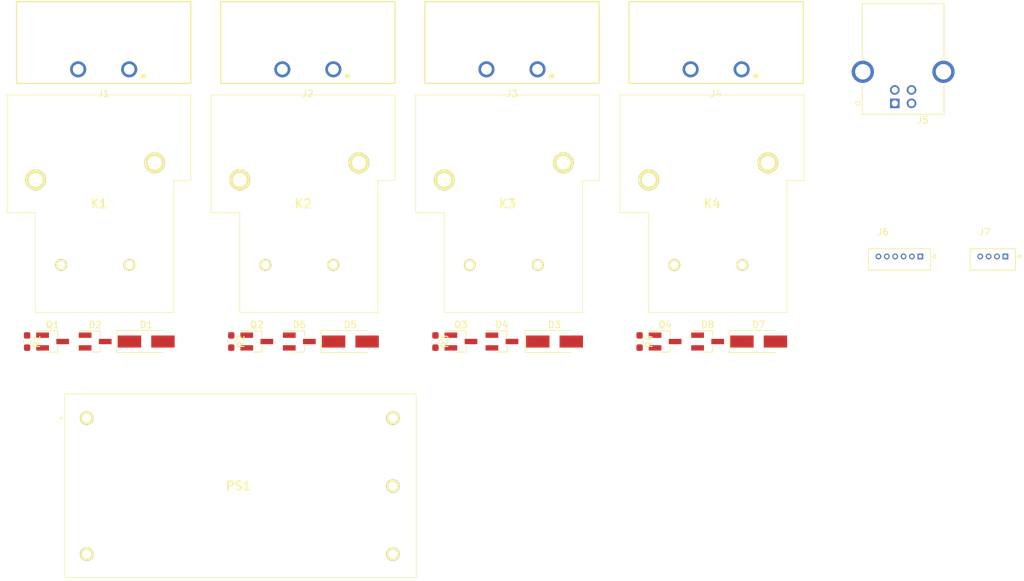
<source format=kicad_pcb>
(kicad_pcb (version 20171130) (host pcbnew 5.1.10-88a1d61d58~90~ubuntu20.04.1)

  (general
    (thickness 1.6)
    (drawings 0)
    (tracks 0)
    (zones 0)
    (modules 28)
    (nets 35)
  )

  (page A4)
  (layers
    (0 F.Cu signal)
    (31 B.Cu signal)
    (32 B.Adhes user)
    (33 F.Adhes user)
    (34 B.Paste user)
    (35 F.Paste user)
    (36 B.SilkS user)
    (37 F.SilkS user)
    (38 B.Mask user)
    (39 F.Mask user)
    (40 Dwgs.User user)
    (41 Cmts.User user)
    (42 Eco1.User user)
    (43 Eco2.User user)
    (44 Edge.Cuts user)
    (45 Margin user)
    (46 B.CrtYd user)
    (47 F.CrtYd user)
    (48 B.Fab user hide)
    (49 F.Fab user hide)
  )

  (setup
    (last_trace_width 0.25)
    (trace_clearance 0.2)
    (zone_clearance 0.508)
    (zone_45_only no)
    (trace_min 0.2)
    (via_size 0.8)
    (via_drill 0.4)
    (via_min_size 0.4)
    (via_min_drill 0.3)
    (uvia_size 0.3)
    (uvia_drill 0.1)
    (uvias_allowed no)
    (uvia_min_size 0.2)
    (uvia_min_drill 0.1)
    (edge_width 0.05)
    (segment_width 0.2)
    (pcb_text_width 0.3)
    (pcb_text_size 1.5 1.5)
    (mod_edge_width 0.12)
    (mod_text_size 1 1)
    (mod_text_width 0.15)
    (pad_size 1.524 1.524)
    (pad_drill 0.762)
    (pad_to_mask_clearance 0)
    (aux_axis_origin 0 0)
    (visible_elements FFFFFF7F)
    (pcbplotparams
      (layerselection 0x010fc_ffffffff)
      (usegerberextensions false)
      (usegerberattributes true)
      (usegerberadvancedattributes true)
      (creategerberjobfile true)
      (excludeedgelayer true)
      (linewidth 0.100000)
      (plotframeref false)
      (viasonmask false)
      (mode 1)
      (useauxorigin false)
      (hpglpennumber 1)
      (hpglpenspeed 20)
      (hpglpendiameter 15.000000)
      (psnegative false)
      (psa4output false)
      (plotreference true)
      (plotvalue true)
      (plotinvisibletext false)
      (padsonsilk false)
      (subtractmaskfromsilk false)
      (outputformat 1)
      (mirror false)
      (drillshape 1)
      (scaleselection 1)
      (outputdirectory ""))
  )

  (net 0 "")
  (net 1 +5V)
  (net 2 "Net-(D1-Pad1)")
  (net 3 "Net-(D2-Pad1)")
  (net 4 "Net-(D3-Pad1)")
  (net 5 "Net-(D4-Pad1)")
  (net 6 "Net-(D5-Pad1)")
  (net 7 "Net-(D6-Pad1)")
  (net 8 "Net-(D7-Pad1)")
  (net 9 "Net-(D8-Pad1)")
  (net 10 "Net-(PS1-Pad3)")
  (net 11 "Net-(PS1-Pad2)")
  (net 12 "Net-(PS1-Pad1)")
  (net 13 GND)
  (net 14 /RELAY1_OUT)
  (net 15 /RELAY2_OUT)
  (net 16 /RELAY3_OUT)
  (net 17 /RELAY4_OUT)
  (net 18 "Net-(J1-Pad1)")
  (net 19 "Net-(J1-Pad2)")
  (net 20 "Net-(J2-Pad1)")
  (net 21 "Net-(J2-Pad2)")
  (net 22 "Net-(J3-Pad1)")
  (net 23 "Net-(J3-Pad2)")
  (net 24 "Net-(J4-Pad1)")
  (net 25 "Net-(J4-Pad2)")
  (net 26 "Net-(J5-Pad4)")
  (net 27 "Net-(J5-Pad3)")
  (net 28 "Net-(J5-Pad1)")
  (net 29 "Net-(J5-Pad2)")
  (net 30 "Net-(J5-PadSH1)")
  (net 31 "Net-(J7-Pad4)")
  (net 32 "Net-(J7-Pad3)")
  (net 33 "Net-(J7-Pad2)")
  (net 34 "Net-(J7-Pad1)")

  (net_class Default "This is the default net class."
    (clearance 0.2)
    (trace_width 0.25)
    (via_dia 0.8)
    (via_drill 0.4)
    (uvia_dia 0.3)
    (uvia_drill 0.1)
    (add_net +5V)
    (add_net /RELAY1_OUT)
    (add_net /RELAY2_OUT)
    (add_net /RELAY3_OUT)
    (add_net /RELAY4_OUT)
    (add_net GND)
    (add_net "Net-(D1-Pad1)")
    (add_net "Net-(D2-Pad1)")
    (add_net "Net-(D3-Pad1)")
    (add_net "Net-(D4-Pad1)")
    (add_net "Net-(D5-Pad1)")
    (add_net "Net-(D6-Pad1)")
    (add_net "Net-(D7-Pad1)")
    (add_net "Net-(D8-Pad1)")
    (add_net "Net-(J1-Pad1)")
    (add_net "Net-(J1-Pad2)")
    (add_net "Net-(J2-Pad1)")
    (add_net "Net-(J2-Pad2)")
    (add_net "Net-(J3-Pad1)")
    (add_net "Net-(J3-Pad2)")
    (add_net "Net-(J4-Pad1)")
    (add_net "Net-(J4-Pad2)")
    (add_net "Net-(J5-Pad1)")
    (add_net "Net-(J5-Pad2)")
    (add_net "Net-(J5-Pad3)")
    (add_net "Net-(J5-Pad4)")
    (add_net "Net-(J5-PadSH1)")
    (add_net "Net-(J7-Pad1)")
    (add_net "Net-(J7-Pad2)")
    (add_net "Net-(J7-Pad3)")
    (add_net "Net-(J7-Pad4)")
    (add_net "Net-(PS1-Pad1)")
    (add_net "Net-(PS1-Pad2)")
    (add_net "Net-(PS1-Pad3)")
  )

  (module 530470410:MOLEX_530470410 (layer F.Cu) (tedit 615C702B) (tstamp 615D1CC6)
    (at 251.46 68.58)
    (path /6173932A)
    (fp_text reference J7 (at -3.075 -3.635) (layer F.SilkS)
      (effects (font (size 1 1) (thickness 0.15)))
    )
    (fp_text value 530470410 (at 3.275 4.365) (layer F.Fab)
      (effects (font (size 1 1) (thickness 0.15)))
    )
    (fp_text user PTH~D0.5~+/-~0.05 (at -6.25 7) (layer F.Fab)
      (effects (font (size 0.393701 0.393701) (thickness 0.15)))
    )
    (fp_poly (pts (xy -0.5012 -0.5012) (xy 0.5012 -0.5012) (xy 0.5012 0.5012) (xy -0.5012 0.5012)) (layer F.Mask) (width 0.01))
    (fp_poly (pts (xy -0.5012 -0.5012) (xy 0.5012 -0.5012) (xy 0.5012 0.5012) (xy -0.5012 0.5012)) (layer B.Mask) (width 0.01))
    (fp_circle (center -1.25 0) (end -0.9994 0) (layer F.Mask) (width 0.5012))
    (fp_circle (center -1.25 0) (end -0.9994 0) (layer B.Mask) (width 0.5012))
    (fp_line (start -5.25 -1.15) (end 1.5 -1.15) (layer F.Fab) (width 0.127))
    (fp_line (start 1.5 -1.15) (end 1.5 2.05) (layer F.Fab) (width 0.127))
    (fp_line (start 1.5 2.05) (end -5.25 2.05) (layer F.Fab) (width 0.127))
    (fp_line (start -5.25 2.05) (end -5.25 -1.15) (layer F.Fab) (width 0.127))
    (fp_line (start -5.25 -1.15) (end 1.5 -1.15) (layer F.SilkS) (width 0.127))
    (fp_line (start 1.5 -1.15) (end 1.5 2.05) (layer F.SilkS) (width 0.127))
    (fp_line (start 1.5 2.05) (end -5.25 2.05) (layer F.SilkS) (width 0.127))
    (fp_line (start -5.25 2.05) (end -5.25 -1.15) (layer F.SilkS) (width 0.127))
    (fp_line (start 2.3 -0.3) (end 2.3 0.3) (layer F.SilkS) (width 0.127))
    (fp_line (start 2.3 0.3) (end 1.8 0) (layer F.SilkS) (width 0.127))
    (fp_line (start 1.8 0) (end 2.3 -0.3) (layer F.SilkS) (width 0.127))
    (fp_line (start 2.3 -0.3) (end 2.3 0.3) (layer F.Fab) (width 0.127))
    (fp_line (start 2.3 0.3) (end 1.8 0) (layer F.Fab) (width 0.127))
    (fp_line (start 1.8 0) (end 2.3 -0.3) (layer F.Fab) (width 0.127))
    (fp_line (start -6.52 -2.42) (end 2.77 -2.42) (layer F.CrtYd) (width 0.05))
    (fp_line (start 2.77 -2.42) (end 2.77 3.32) (layer F.CrtYd) (width 0.05))
    (fp_line (start 2.77 3.32) (end -6.52 3.32) (layer F.CrtYd) (width 0.05))
    (fp_line (start -6.52 3.32) (end -6.52 -2.42) (layer F.CrtYd) (width 0.05))
    (fp_circle (center -2.5 0) (end -2.2494 0) (layer F.Mask) (width 0.5012))
    (fp_circle (center -2.5 0) (end -2.2494 0) (layer B.Mask) (width 0.5012))
    (fp_circle (center -3.75 0) (end -3.4994 0) (layer F.Mask) (width 0.5012))
    (fp_circle (center -3.75 0) (end -3.4994 0) (layer B.Mask) (width 0.5012))
    (pad 4 thru_hole circle (at -3.75 0) (size 0.85 0.85) (drill 0.5) (layers *.Cu)
      (net 31 "Net-(J7-Pad4)"))
    (pad 3 thru_hole circle (at -2.5 0) (size 0.85 0.85) (drill 0.5) (layers *.Cu)
      (net 32 "Net-(J7-Pad3)"))
    (pad 2 thru_hole circle (at -1.25 0) (size 0.85 0.85) (drill 0.5) (layers *.Cu)
      (net 33 "Net-(J7-Pad2)"))
    (pad 1 thru_hole rect (at 0 0) (size 0.85 0.85) (drill 0.5) (layers *.Cu)
      (net 34 "Net-(J7-Pad1)"))
    (model ${KIPRJMOD}/Components/530470410/3D/530470410.step
      (offset (xyz -1.9 -0.45 3.3))
      (scale (xyz 1 1 1))
      (rotate (xyz -90 0 0))
    )
  )

  (module 530470610:MOLEX_530470610 (layer F.Cu) (tedit 615C6CCF) (tstamp 615D0495)
    (at 238.76 68.58)
    (path /6171CF34)
    (fp_text reference J6 (at -5.575 -3.635) (layer F.SilkS)
      (effects (font (size 1 1) (thickness 0.15)))
    )
    (fp_text value 530470610 (at 0.775 4.365) (layer F.Fab)
      (effects (font (size 1 1) (thickness 0.15)))
    )
    (fp_text user PTH~D0.5~+/-~0.05 (at -8.75 7) (layer F.Fab)
      (effects (font (size 0.393701 0.393701) (thickness 0.15)))
    )
    (fp_poly (pts (xy -0.5012 -0.5012) (xy 0.5012 -0.5012) (xy 0.5012 0.5012) (xy -0.5012 0.5012)) (layer F.Mask) (width 0.01))
    (fp_poly (pts (xy -0.5012 -0.5012) (xy 0.5012 -0.5012) (xy 0.5012 0.5012) (xy -0.5012 0.5012)) (layer B.Mask) (width 0.01))
    (fp_circle (center -1.25 0) (end -0.9994 0) (layer F.Mask) (width 0.5012))
    (fp_circle (center -1.25 0) (end -0.9994 0) (layer B.Mask) (width 0.5012))
    (fp_line (start -7.75 -1.15) (end 1.5 -1.15) (layer F.Fab) (width 0.127))
    (fp_line (start 1.5 -1.15) (end 1.5 2.05) (layer F.Fab) (width 0.127))
    (fp_line (start 1.5 2.05) (end -7.75 2.05) (layer F.Fab) (width 0.127))
    (fp_line (start -7.75 2.05) (end -7.75 -1.15) (layer F.Fab) (width 0.127))
    (fp_line (start -7.75 -1.15) (end 1.5 -1.15) (layer F.SilkS) (width 0.127))
    (fp_line (start 1.5 -1.15) (end 1.5 2.05) (layer F.SilkS) (width 0.127))
    (fp_line (start 1.5 2.05) (end -7.75 2.05) (layer F.SilkS) (width 0.127))
    (fp_line (start -7.75 2.05) (end -7.75 -1.15) (layer F.SilkS) (width 0.127))
    (fp_line (start 2.3 -0.3) (end 2.3 0.3) (layer F.SilkS) (width 0.127))
    (fp_line (start 2.3 0.3) (end 1.8 0) (layer F.SilkS) (width 0.127))
    (fp_line (start 1.8 0) (end 2.3 -0.3) (layer F.SilkS) (width 0.127))
    (fp_line (start 2.3 -0.3) (end 2.3 0.3) (layer F.Fab) (width 0.127))
    (fp_line (start 2.3 0.3) (end 1.8 0) (layer F.Fab) (width 0.127))
    (fp_line (start 1.8 0) (end 2.3 -0.3) (layer F.Fab) (width 0.127))
    (fp_line (start -9.02 -2.42) (end 2.77 -2.42) (layer F.CrtYd) (width 0.05))
    (fp_line (start 2.77 -2.42) (end 2.77 3.32) (layer F.CrtYd) (width 0.05))
    (fp_line (start 2.77 3.32) (end -9.02 3.32) (layer F.CrtYd) (width 0.05))
    (fp_line (start -9.02 3.32) (end -9.02 -2.42) (layer F.CrtYd) (width 0.05))
    (fp_circle (center -2.5 0) (end -2.2494 0) (layer F.Mask) (width 0.5012))
    (fp_circle (center -2.5 0) (end -2.2494 0) (layer B.Mask) (width 0.5012))
    (fp_circle (center -3.75 0) (end -3.4994 0) (layer F.Mask) (width 0.5012))
    (fp_circle (center -3.75 0) (end -3.4994 0) (layer B.Mask) (width 0.5012))
    (fp_circle (center -5 0) (end -4.7494 0) (layer F.Mask) (width 0.5012))
    (fp_circle (center -5 0) (end -4.7494 0) (layer B.Mask) (width 0.5012))
    (fp_circle (center -6.25 0) (end -5.9994 0) (layer F.Mask) (width 0.5012))
    (fp_circle (center -6.25 0) (end -5.9994 0) (layer B.Mask) (width 0.5012))
    (pad 6 thru_hole circle (at -6.25 0) (size 0.85 0.85) (drill 0.5) (layers *.Cu)
      (net 13 GND))
    (pad 5 thru_hole circle (at -5 0) (size 0.85 0.85) (drill 0.5) (layers *.Cu)
      (net 17 /RELAY4_OUT))
    (pad 4 thru_hole circle (at -3.75 0) (size 0.85 0.85) (drill 0.5) (layers *.Cu)
      (net 16 /RELAY3_OUT))
    (pad 3 thru_hole circle (at -2.5 0) (size 0.85 0.85) (drill 0.5) (layers *.Cu)
      (net 15 /RELAY2_OUT))
    (pad 2 thru_hole circle (at -1.25 0) (size 0.85 0.85) (drill 0.5) (layers *.Cu)
      (net 14 /RELAY1_OUT))
    (pad 1 thru_hole rect (at 0 0) (size 0.85 0.85) (drill 0.5) (layers *.Cu)
      (net 1 +5V))
    (model ${KIPRJMOD}/Components/530470610/3D/530470610.stp
      (offset (xyz -3.1 -0.45 3.3))
      (scale (xyz 1 1 1))
      (rotate (xyz -90 0 0))
    )
  )

  (module UJ2-BH-2-TH:CUI_UJ2-BH-2-TH (layer F.Cu) (tedit 615C5D5A) (tstamp 615CF0AD)
    (at 234.95 45.72 180)
    (path /616AF337)
    (fp_text reference J5 (at -4.176595 -2.515965) (layer F.SilkS)
      (effects (font (size 1.000386 1.000386) (thickness 0.15)))
    )
    (fp_text value UJ2-BH-2-TH (at 2.17642 15.69538) (layer F.Fab)
      (effects (font (size 1.000661 1.000661) (thickness 0.15)))
    )
    (fp_text user PCB-EDGE (at 5.04532 14.6755) (layer F.Fab)
      (effects (font (size 0.630586 0.630586) (thickness 0.15)))
    )
    (fp_line (start -7.35 -1.63) (end 4.85 -1.63) (layer F.Fab) (width 0.127))
    (fp_line (start 4.85 -1.63) (end 4.85 14.87) (layer F.Fab) (width 0.127))
    (fp_line (start 4.85 14.87) (end -7.35 14.87) (layer F.Fab) (width 0.127))
    (fp_line (start -7.35 14.87) (end -7.35 -1.63) (layer F.Fab) (width 0.127))
    (fp_circle (center 0 0) (end 0.2 0) (layer F.Fab) (width 0.4))
    (fp_line (start -7.35 2.74) (end -7.35 -1.63) (layer F.SilkS) (width 0.127))
    (fp_line (start -7.35 -1.63) (end 4.85 -1.63) (layer F.SilkS) (width 0.127))
    (fp_line (start 4.85 -1.63) (end 4.85 2.74) (layer F.SilkS) (width 0.127))
    (fp_line (start -7.35 6.61) (end -7.35 14.87) (layer F.SilkS) (width 0.127))
    (fp_line (start -7.35 14.87) (end 4.85 14.87) (layer F.SilkS) (width 0.127))
    (fp_line (start 4.85 14.87) (end 4.85 6.61) (layer F.SilkS) (width 0.127))
    (fp_circle (center 5.5 0) (end 5.828937 0) (layer F.SilkS) (width 0.127))
    (fp_line (start 4.85 14.87) (end 4.85 14.99) (layer F.Fab) (width 0.127))
    (fp_line (start 4.85 14.99) (end 11.75 14.99) (layer F.Fab) (width 0.127))
    (fp_line (start -7.6 -1.88) (end 5.1 -1.88) (layer F.CrtYd) (width 0.05))
    (fp_line (start 5.1 -1.88) (end 5.1 2.74) (layer F.CrtYd) (width 0.05))
    (fp_line (start 5.1 2.74) (end 6.67 2.74) (layer F.CrtYd) (width 0.05))
    (fp_line (start 6.67 2.74) (end 6.67 6.62) (layer F.CrtYd) (width 0.05))
    (fp_line (start 6.67 6.62) (end 5.1 6.62) (layer F.CrtYd) (width 0.05))
    (fp_line (start 5.1 6.62) (end 5.1 15.12) (layer F.CrtYd) (width 0.05))
    (fp_line (start 5.1 15.12) (end -7.6 15.12) (layer F.CrtYd) (width 0.05))
    (fp_line (start -7.6 15.12) (end -7.6 6.61) (layer F.CrtYd) (width 0.05))
    (fp_line (start -7.6 6.61) (end -9.17 6.61) (layer F.CrtYd) (width 0.05))
    (fp_line (start -9.17 6.61) (end -9.17 2.74) (layer F.CrtYd) (width 0.05))
    (fp_line (start -9.17 2.74) (end -7.6 2.74) (layer F.CrtYd) (width 0.05))
    (fp_line (start -7.6 2.74) (end -7.6 -1.88) (layer F.CrtYd) (width 0.05))
    (pad SH2 thru_hole circle (at 4.77 4.71 180) (size 3.316 3.316) (drill 2.3) (layers *.Cu *.Mask)
      (net 30 "Net-(J5-PadSH1)"))
    (pad SH1 thru_hole circle (at -7.27 4.71 180) (size 3.316 3.316) (drill 2.3) (layers *.Cu *.Mask)
      (net 30 "Net-(J5-PadSH1)"))
    (pad 4 thru_hole circle (at 0 2 180) (size 1.428 1.428) (drill 0.92) (layers *.Cu *.Mask)
      (net 26 "Net-(J5-Pad4)"))
    (pad 3 thru_hole circle (at -2.5 2 180) (size 1.428 1.428) (drill 0.92) (layers *.Cu *.Mask)
      (net 27 "Net-(J5-Pad3)"))
    (pad 1 thru_hole rect (at 0 0 180) (size 1.428 1.428) (drill 0.92) (layers *.Cu *.Mask)
      (net 28 "Net-(J5-Pad1)"))
    (pad 2 thru_hole circle (at -2.5 0 180) (size 1.428 1.428) (drill 0.92) (layers *.Cu *.Mask)
      (net 29 "Net-(J5-Pad2)"))
    (model ${KIPRJMOD}/Components/UJ2-BH-2-TH/3D/CUI_DEVICES_UJ2-BH-2-TH.step
      (offset (xyz -1.27 -14.5 0.5))
      (scale (xyz 1 1 1))
      (rotate (xyz -90 0 0))
    )
  )

  (module 691317410002:691317410002 (layer F.Cu) (tedit 615C4B41) (tstamp 615CBC29)
    (at 208.28 40.64 180)
    (descr "<b>WR-TBL Serie 3174 - 7.62 mm Close Horizontal PCB Header <br></b>Max Height = 8.5mm , Pitch 7.62mm , 2pins")
    (path /616835B8)
    (fp_text reference J4 (at 0 -3.635) (layer F.SilkS)
      (effects (font (size 1 1) (thickness 0.15)))
    )
    (fp_text value 691317410002 (at 4.12 11.365) (layer F.Fab)
      (effects (font (size 1 1) (thickness 0.15)))
    )
    (fp_circle (center -5.9 -1) (end -5.7 -1) (layer F.SilkS) (width 0.4))
    (fp_poly (pts (xy -13.21 -2.3) (xy 13.21 -2.3) (xy 13.21 10.3) (xy -13.21 10.3)) (layer F.CrtYd) (width 0.1))
    (fp_line (start -13.01 10.1) (end -13.01 -2.1) (layer F.SilkS) (width 0.2))
    (fp_line (start 13.01 10.1) (end -13.01 10.1) (layer F.SilkS) (width 0.2))
    (fp_line (start 13.01 -2.1) (end 13.01 10.1) (layer F.SilkS) (width 0.2))
    (fp_line (start -13.01 -2.1) (end 13.01 -2.1) (layer F.SilkS) (width 0.2))
    (fp_line (start -12.91 -2) (end -12.91 10) (layer F.Fab) (width 0.1))
    (fp_line (start 12.91 -2) (end -12.91 -2) (layer F.Fab) (width 0.1))
    (fp_line (start 12.91 10) (end 12.91 -2) (layer F.Fab) (width 0.1))
    (fp_line (start -12.91 10) (end 12.91 10) (layer F.Fab) (width 0.1))
    (pad 1 thru_hole circle (at -3.81 0 180) (size 2.4 2.4) (drill 1.6) (layers *.Cu *.Mask)
      (net 24 "Net-(J4-Pad1)"))
    (pad 2 thru_hole circle (at 3.81 0 180) (size 2.4 2.4) (drill 1.6) (layers *.Cu *.Mask)
      (net 25 "Net-(J4-Pad2)"))
    (model "${KIPRJMOD}/Components/691317410002/3D/691317410002 (rev1).stp"
      (offset (xyz 0 -4 4.1))
      (scale (xyz 1 1 1))
      (rotate (xyz 90 0 -180))
    )
    (model "${KIPRJMOD}/Components/691340400002/3D/691340400002 (rev1).stp"
      (offset (xyz 0 -15.5 4.6))
      (scale (xyz 1 1 1))
      (rotate (xyz 0 0 0))
    )
  )

  (module 691317410002:691317410002 (layer F.Cu) (tedit 615C4B41) (tstamp 615CBC19)
    (at 177.8 40.64 180)
    (descr "<b>WR-TBL Serie 3174 - 7.62 mm Close Horizontal PCB Header <br></b>Max Height = 8.5mm , Pitch 7.62mm , 2pins")
    (path /61682C52)
    (fp_text reference J3 (at 0 -3.635) (layer F.SilkS)
      (effects (font (size 1 1) (thickness 0.15)))
    )
    (fp_text value 691317410002 (at 4.12 11.365) (layer F.Fab)
      (effects (font (size 1 1) (thickness 0.15)))
    )
    (fp_circle (center -5.9 -1) (end -5.7 -1) (layer F.SilkS) (width 0.4))
    (fp_poly (pts (xy -13.21 -2.3) (xy 13.21 -2.3) (xy 13.21 10.3) (xy -13.21 10.3)) (layer F.CrtYd) (width 0.1))
    (fp_line (start -13.01 10.1) (end -13.01 -2.1) (layer F.SilkS) (width 0.2))
    (fp_line (start 13.01 10.1) (end -13.01 10.1) (layer F.SilkS) (width 0.2))
    (fp_line (start 13.01 -2.1) (end 13.01 10.1) (layer F.SilkS) (width 0.2))
    (fp_line (start -13.01 -2.1) (end 13.01 -2.1) (layer F.SilkS) (width 0.2))
    (fp_line (start -12.91 -2) (end -12.91 10) (layer F.Fab) (width 0.1))
    (fp_line (start 12.91 -2) (end -12.91 -2) (layer F.Fab) (width 0.1))
    (fp_line (start 12.91 10) (end 12.91 -2) (layer F.Fab) (width 0.1))
    (fp_line (start -12.91 10) (end 12.91 10) (layer F.Fab) (width 0.1))
    (pad 1 thru_hole circle (at -3.81 0 180) (size 2.4 2.4) (drill 1.6) (layers *.Cu *.Mask)
      (net 22 "Net-(J3-Pad1)"))
    (pad 2 thru_hole circle (at 3.81 0 180) (size 2.4 2.4) (drill 1.6) (layers *.Cu *.Mask)
      (net 23 "Net-(J3-Pad2)"))
    (model "${KIPRJMOD}/Components/691317410002/3D/691317410002 (rev1).stp"
      (offset (xyz 0 -4 4.1))
      (scale (xyz 1 1 1))
      (rotate (xyz 90 0 180))
    )
    (model "${KIPRJMOD}/Components/691340400002/3D/691340400002 (rev1).stp"
      (offset (xyz 0 -15.5 4.6))
      (scale (xyz 1 1 1))
      (rotate (xyz 0 0 0))
    )
  )

  (module 691317410002:691317410002 (layer F.Cu) (tedit 615C4B41) (tstamp 615CBC09)
    (at 147.32 40.64 180)
    (descr "<b>WR-TBL Serie 3174 - 7.62 mm Close Horizontal PCB Header <br></b>Max Height = 8.5mm , Pitch 7.62mm , 2pins")
    (path /61683035)
    (fp_text reference J2 (at 0 -3.635) (layer F.SilkS)
      (effects (font (size 1 1) (thickness 0.15)))
    )
    (fp_text value 691317410002 (at 4.12 11.365) (layer F.Fab)
      (effects (font (size 1 1) (thickness 0.15)))
    )
    (fp_circle (center -5.9 -1) (end -5.7 -1) (layer F.SilkS) (width 0.4))
    (fp_poly (pts (xy -13.21 -2.3) (xy 13.21 -2.3) (xy 13.21 10.3) (xy -13.21 10.3)) (layer F.CrtYd) (width 0.1))
    (fp_line (start -13.01 10.1) (end -13.01 -2.1) (layer F.SilkS) (width 0.2))
    (fp_line (start 13.01 10.1) (end -13.01 10.1) (layer F.SilkS) (width 0.2))
    (fp_line (start 13.01 -2.1) (end 13.01 10.1) (layer F.SilkS) (width 0.2))
    (fp_line (start -13.01 -2.1) (end 13.01 -2.1) (layer F.SilkS) (width 0.2))
    (fp_line (start -12.91 -2) (end -12.91 10) (layer F.Fab) (width 0.1))
    (fp_line (start 12.91 -2) (end -12.91 -2) (layer F.Fab) (width 0.1))
    (fp_line (start 12.91 10) (end 12.91 -2) (layer F.Fab) (width 0.1))
    (fp_line (start -12.91 10) (end 12.91 10) (layer F.Fab) (width 0.1))
    (pad 1 thru_hole circle (at -3.81 0 180) (size 2.4 2.4) (drill 1.6) (layers *.Cu *.Mask)
      (net 20 "Net-(J2-Pad1)"))
    (pad 2 thru_hole circle (at 3.81 0 180) (size 2.4 2.4) (drill 1.6) (layers *.Cu *.Mask)
      (net 21 "Net-(J2-Pad2)"))
    (model "${KIPRJMOD}/Components/691317410002/3D/691317410002 (rev1).stp"
      (offset (xyz 0 -4 4.1))
      (scale (xyz 1 1 1))
      (rotate (xyz 90 0 180))
    )
    (model "${KIPRJMOD}/Components/691340400002/3D/691340400002 (rev1).stp"
      (offset (xyz 0 -15.5 4.6))
      (scale (xyz 1 1 1))
      (rotate (xyz 0 0 0))
    )
  )

  (module 691317410002:691317410002 (layer F.Cu) (tedit 615C4B41) (tstamp 615CB3AC)
    (at 116.84 40.64 180)
    (descr "<b>WR-TBL Serie 3174 - 7.62 mm Close Horizontal PCB Header <br></b>Max Height = 8.5mm , Pitch 7.62mm , 2pins")
    (path /616818B5)
    (fp_text reference J1 (at 0 -3.635) (layer F.SilkS)
      (effects (font (size 1 1) (thickness 0.15)))
    )
    (fp_text value 691317410002 (at 4.12 11.365) (layer F.Fab)
      (effects (font (size 1 1) (thickness 0.15)))
    )
    (fp_circle (center -5.9 -1) (end -5.7 -1) (layer F.SilkS) (width 0.4))
    (fp_poly (pts (xy -13.21 -2.3) (xy 13.21 -2.3) (xy 13.21 10.3) (xy -13.21 10.3)) (layer F.CrtYd) (width 0.1))
    (fp_line (start -13.01 10.1) (end -13.01 -2.1) (layer F.SilkS) (width 0.2))
    (fp_line (start 13.01 10.1) (end -13.01 10.1) (layer F.SilkS) (width 0.2))
    (fp_line (start 13.01 -2.1) (end 13.01 10.1) (layer F.SilkS) (width 0.2))
    (fp_line (start -13.01 -2.1) (end 13.01 -2.1) (layer F.SilkS) (width 0.2))
    (fp_line (start -12.91 -2) (end -12.91 10) (layer F.Fab) (width 0.1))
    (fp_line (start 12.91 -2) (end -12.91 -2) (layer F.Fab) (width 0.1))
    (fp_line (start 12.91 10) (end 12.91 -2) (layer F.Fab) (width 0.1))
    (fp_line (start -12.91 10) (end 12.91 10) (layer F.Fab) (width 0.1))
    (pad 1 thru_hole circle (at -3.81 0 180) (size 2.4 2.4) (drill 1.6) (layers *.Cu *.Mask)
      (net 18 "Net-(J1-Pad1)"))
    (pad 2 thru_hole circle (at 3.81 0 180) (size 2.4 2.4) (drill 1.6) (layers *.Cu *.Mask)
      (net 19 "Net-(J1-Pad2)"))
    (model "${KIPRJMOD}/Components/691317410002/3D/691317410002 (rev1).stp"
      (offset (xyz 0 -4 4.1))
      (scale (xyz 1 1 1))
      (rotate (xyz 90 0 180))
    )
    (model "${KIPRJMOD}/Components/691340400002/3D/691340400002 (rev1).stp"
      (offset (xyz 0 -15.5 4.6))
      (scale (xyz 1 1 1))
      (rotate (xyz 0 0 0))
    )
  )

  (module Resistor_SMD:R_0603_1608Metric_Pad0.98x0.95mm_HandSolder (layer F.Cu) (tedit 5F68FEEE) (tstamp 615C9A9F)
    (at 196.85 81.28 270)
    (descr "Resistor SMD 0603 (1608 Metric), square (rectangular) end terminal, IPC_7351 nominal with elongated pad for handsoldering. (Body size source: IPC-SM-782 page 72, https://www.pcb-3d.com/wordpress/wp-content/uploads/ipc-sm-782a_amendment_1_and_2.pdf), generated with kicad-footprint-generator")
    (tags "resistor handsolder")
    (path /615CE6D1)
    (attr smd)
    (fp_text reference R4 (at 0 -1.43 90) (layer F.SilkS)
      (effects (font (size 1 1) (thickness 0.15)))
    )
    (fp_text value 100k (at 0 1.43 90) (layer F.Fab)
      (effects (font (size 1 1) (thickness 0.15)))
    )
    (fp_line (start 1.65 0.73) (end -1.65 0.73) (layer F.CrtYd) (width 0.05))
    (fp_line (start 1.65 -0.73) (end 1.65 0.73) (layer F.CrtYd) (width 0.05))
    (fp_line (start -1.65 -0.73) (end 1.65 -0.73) (layer F.CrtYd) (width 0.05))
    (fp_line (start -1.65 0.73) (end -1.65 -0.73) (layer F.CrtYd) (width 0.05))
    (fp_line (start -0.254724 0.5225) (end 0.254724 0.5225) (layer F.SilkS) (width 0.12))
    (fp_line (start -0.254724 -0.5225) (end 0.254724 -0.5225) (layer F.SilkS) (width 0.12))
    (fp_line (start 0.8 0.4125) (end -0.8 0.4125) (layer F.Fab) (width 0.1))
    (fp_line (start 0.8 -0.4125) (end 0.8 0.4125) (layer F.Fab) (width 0.1))
    (fp_line (start -0.8 -0.4125) (end 0.8 -0.4125) (layer F.Fab) (width 0.1))
    (fp_line (start -0.8 0.4125) (end -0.8 -0.4125) (layer F.Fab) (width 0.1))
    (fp_text user %R (at 0 0 90) (layer F.Fab)
      (effects (font (size 0.4 0.4) (thickness 0.06)))
    )
    (pad 2 smd roundrect (at 0.9125 0 270) (size 0.975 0.95) (layers F.Cu F.Paste F.Mask) (roundrect_rratio 0.25)
      (net 13 GND))
    (pad 1 smd roundrect (at -0.9125 0 270) (size 0.975 0.95) (layers F.Cu F.Paste F.Mask) (roundrect_rratio 0.25)
      (net 17 /RELAY4_OUT))
    (model ${KISYS3DMOD}/Resistor_SMD.3dshapes/R_0603_1608Metric.wrl
      (at (xyz 0 0 0))
      (scale (xyz 1 1 1))
      (rotate (xyz 0 0 0))
    )
  )

  (module Resistor_SMD:R_0603_1608Metric_Pad0.98x0.95mm_HandSolder (layer F.Cu) (tedit 5F68FEEE) (tstamp 615C9A8E)
    (at 166.37 81.28 270)
    (descr "Resistor SMD 0603 (1608 Metric), square (rectangular) end terminal, IPC_7351 nominal with elongated pad for handsoldering. (Body size source: IPC-SM-782 page 72, https://www.pcb-3d.com/wordpress/wp-content/uploads/ipc-sm-782a_amendment_1_and_2.pdf), generated with kicad-footprint-generator")
    (tags "resistor handsolder")
    (path /615CF3C9)
    (attr smd)
    (fp_text reference R3 (at 0 -1.43 90) (layer F.SilkS)
      (effects (font (size 1 1) (thickness 0.15)))
    )
    (fp_text value 100k (at 0 1.43 90) (layer F.Fab)
      (effects (font (size 1 1) (thickness 0.15)))
    )
    (fp_line (start 1.65 0.73) (end -1.65 0.73) (layer F.CrtYd) (width 0.05))
    (fp_line (start 1.65 -0.73) (end 1.65 0.73) (layer F.CrtYd) (width 0.05))
    (fp_line (start -1.65 -0.73) (end 1.65 -0.73) (layer F.CrtYd) (width 0.05))
    (fp_line (start -1.65 0.73) (end -1.65 -0.73) (layer F.CrtYd) (width 0.05))
    (fp_line (start -0.254724 0.5225) (end 0.254724 0.5225) (layer F.SilkS) (width 0.12))
    (fp_line (start -0.254724 -0.5225) (end 0.254724 -0.5225) (layer F.SilkS) (width 0.12))
    (fp_line (start 0.8 0.4125) (end -0.8 0.4125) (layer F.Fab) (width 0.1))
    (fp_line (start 0.8 -0.4125) (end 0.8 0.4125) (layer F.Fab) (width 0.1))
    (fp_line (start -0.8 -0.4125) (end 0.8 -0.4125) (layer F.Fab) (width 0.1))
    (fp_line (start -0.8 0.4125) (end -0.8 -0.4125) (layer F.Fab) (width 0.1))
    (fp_text user %R (at 0 0 90) (layer F.Fab)
      (effects (font (size 0.4 0.4) (thickness 0.06)))
    )
    (pad 2 smd roundrect (at 0.9125 0 270) (size 0.975 0.95) (layers F.Cu F.Paste F.Mask) (roundrect_rratio 0.25)
      (net 13 GND))
    (pad 1 smd roundrect (at -0.9125 0 270) (size 0.975 0.95) (layers F.Cu F.Paste F.Mask) (roundrect_rratio 0.25)
      (net 16 /RELAY3_OUT))
    (model ${KISYS3DMOD}/Resistor_SMD.3dshapes/R_0603_1608Metric.wrl
      (at (xyz 0 0 0))
      (scale (xyz 1 1 1))
      (rotate (xyz 0 0 0))
    )
  )

  (module Resistor_SMD:R_0603_1608Metric_Pad0.98x0.95mm_HandSolder (layer F.Cu) (tedit 5F68FEEE) (tstamp 615C9A7D)
    (at 135.89 81.28 270)
    (descr "Resistor SMD 0603 (1608 Metric), square (rectangular) end terminal, IPC_7351 nominal with elongated pad for handsoldering. (Body size source: IPC-SM-782 page 72, https://www.pcb-3d.com/wordpress/wp-content/uploads/ipc-sm-782a_amendment_1_and_2.pdf), generated with kicad-footprint-generator")
    (tags "resistor handsolder")
    (path /615CB9D7)
    (attr smd)
    (fp_text reference R2 (at 0 -1.43 90) (layer F.SilkS)
      (effects (font (size 1 1) (thickness 0.15)))
    )
    (fp_text value 100k (at 0 1.43 90) (layer F.Fab)
      (effects (font (size 1 1) (thickness 0.15)))
    )
    (fp_line (start 1.65 0.73) (end -1.65 0.73) (layer F.CrtYd) (width 0.05))
    (fp_line (start 1.65 -0.73) (end 1.65 0.73) (layer F.CrtYd) (width 0.05))
    (fp_line (start -1.65 -0.73) (end 1.65 -0.73) (layer F.CrtYd) (width 0.05))
    (fp_line (start -1.65 0.73) (end -1.65 -0.73) (layer F.CrtYd) (width 0.05))
    (fp_line (start -0.254724 0.5225) (end 0.254724 0.5225) (layer F.SilkS) (width 0.12))
    (fp_line (start -0.254724 -0.5225) (end 0.254724 -0.5225) (layer F.SilkS) (width 0.12))
    (fp_line (start 0.8 0.4125) (end -0.8 0.4125) (layer F.Fab) (width 0.1))
    (fp_line (start 0.8 -0.4125) (end 0.8 0.4125) (layer F.Fab) (width 0.1))
    (fp_line (start -0.8 -0.4125) (end 0.8 -0.4125) (layer F.Fab) (width 0.1))
    (fp_line (start -0.8 0.4125) (end -0.8 -0.4125) (layer F.Fab) (width 0.1))
    (fp_text user %R (at 0 0 90) (layer F.Fab)
      (effects (font (size 0.4 0.4) (thickness 0.06)))
    )
    (pad 2 smd roundrect (at 0.9125 0 270) (size 0.975 0.95) (layers F.Cu F.Paste F.Mask) (roundrect_rratio 0.25)
      (net 13 GND))
    (pad 1 smd roundrect (at -0.9125 0 270) (size 0.975 0.95) (layers F.Cu F.Paste F.Mask) (roundrect_rratio 0.25)
      (net 15 /RELAY2_OUT))
    (model ${KISYS3DMOD}/Resistor_SMD.3dshapes/R_0603_1608Metric.wrl
      (at (xyz 0 0 0))
      (scale (xyz 1 1 1))
      (rotate (xyz 0 0 0))
    )
  )

  (module Resistor_SMD:R_0603_1608Metric_Pad0.98x0.95mm_HandSolder (layer F.Cu) (tedit 5F68FEEE) (tstamp 615C9A6C)
    (at 105.41 81.28 270)
    (descr "Resistor SMD 0603 (1608 Metric), square (rectangular) end terminal, IPC_7351 nominal with elongated pad for handsoldering. (Body size source: IPC-SM-782 page 72, https://www.pcb-3d.com/wordpress/wp-content/uploads/ipc-sm-782a_amendment_1_and_2.pdf), generated with kicad-footprint-generator")
    (tags "resistor handsolder")
    (path /615CEE78)
    (attr smd)
    (fp_text reference R1 (at 0 -1.43 90) (layer F.SilkS)
      (effects (font (size 1 1) (thickness 0.15)))
    )
    (fp_text value 100k (at 0 1.43 90) (layer F.Fab)
      (effects (font (size 1 1) (thickness 0.15)))
    )
    (fp_line (start 1.65 0.73) (end -1.65 0.73) (layer F.CrtYd) (width 0.05))
    (fp_line (start 1.65 -0.73) (end 1.65 0.73) (layer F.CrtYd) (width 0.05))
    (fp_line (start -1.65 -0.73) (end 1.65 -0.73) (layer F.CrtYd) (width 0.05))
    (fp_line (start -1.65 0.73) (end -1.65 -0.73) (layer F.CrtYd) (width 0.05))
    (fp_line (start -0.254724 0.5225) (end 0.254724 0.5225) (layer F.SilkS) (width 0.12))
    (fp_line (start -0.254724 -0.5225) (end 0.254724 -0.5225) (layer F.SilkS) (width 0.12))
    (fp_line (start 0.8 0.4125) (end -0.8 0.4125) (layer F.Fab) (width 0.1))
    (fp_line (start 0.8 -0.4125) (end 0.8 0.4125) (layer F.Fab) (width 0.1))
    (fp_line (start -0.8 -0.4125) (end 0.8 -0.4125) (layer F.Fab) (width 0.1))
    (fp_line (start -0.8 0.4125) (end -0.8 -0.4125) (layer F.Fab) (width 0.1))
    (fp_text user %R (at 0 0 90) (layer F.Fab)
      (effects (font (size 0.4 0.4) (thickness 0.06)))
    )
    (pad 2 smd roundrect (at 0.9125 0 270) (size 0.975 0.95) (layers F.Cu F.Paste F.Mask) (roundrect_rratio 0.25)
      (net 13 GND))
    (pad 1 smd roundrect (at -0.9125 0 270) (size 0.975 0.95) (layers F.Cu F.Paste F.Mask) (roundrect_rratio 0.25)
      (net 14 /RELAY1_OUT))
    (model ${KISYS3DMOD}/Resistor_SMD.3dshapes/R_0603_1608Metric.wrl
      (at (xyz 0 0 0))
      (scale (xyz 1 1 1))
      (rotate (xyz 0 0 0))
    )
  )

  (module RAC10-05SK_277:RAC1005SK277 (layer F.Cu) (tedit 615C3D61) (tstamp 615C99BB)
    (at 114.3 92.71)
    (descr RAC10-K/277)
    (tags "Power Supply")
    (path /6167003E)
    (fp_text reference PS1 (at 22.65 10.12) (layer F.SilkS)
      (effects (font (size 1.27 1.27) (thickness 0.254)))
    )
    (fp_text value RAC10-05SK_277 (at 22.65 10.12) (layer F.SilkS) hide
      (effects (font (size 1.27 1.27) (thickness 0.254)))
    )
    (fp_line (start -3.3 -3.58) (end 49.2 -3.58) (layer Dwgs.User) (width 0.2))
    (fp_line (start 49.2 -3.58) (end 49.2 23.82) (layer Dwgs.User) (width 0.2))
    (fp_line (start 49.2 23.82) (end -3.3 23.82) (layer Dwgs.User) (width 0.2))
    (fp_line (start -3.3 23.82) (end -3.3 -3.58) (layer Dwgs.User) (width 0.2))
    (fp_line (start -3.3 -3.58) (end 49.2 -3.58) (layer F.SilkS) (width 0.1))
    (fp_line (start 49.2 -3.58) (end 49.2 23.82) (layer F.SilkS) (width 0.1))
    (fp_line (start 49.2 23.82) (end -3.3 23.82) (layer F.SilkS) (width 0.1))
    (fp_line (start -3.3 23.82) (end -3.3 -3.58) (layer F.SilkS) (width 0.1))
    (fp_line (start -4.4 -4.08) (end 49.7 -4.08) (layer Dwgs.User) (width 0.1))
    (fp_line (start 49.7 -4.08) (end 49.7 24.32) (layer Dwgs.User) (width 0.1))
    (fp_line (start 49.7 24.32) (end -4.4 24.32) (layer Dwgs.User) (width 0.1))
    (fp_line (start -4.4 24.32) (end -4.4 -4.08) (layer Dwgs.User) (width 0.1))
    (fp_line (start -3.8 -0.1) (end -3.8 -0.1) (layer F.SilkS) (width 0.2))
    (fp_line (start -3.8 0.1) (end -3.8 0.1) (layer F.SilkS) (width 0.2))
    (fp_arc (start -3.8 0) (end -3.8 0.1) (angle -180) (layer F.SilkS) (width 0.2))
    (fp_arc (start -3.8 0) (end -3.8 -0.1) (angle -180) (layer F.SilkS) (width 0.2))
    (pad 5 thru_hole circle (at 45.72 0 90) (size 2.025 2.025) (drill 1.35) (layers *.Cu *.Mask F.SilkS)
      (net 1 +5V))
    (pad 4 thru_hole circle (at 45.72 10.16 90) (size 2.025 2.025) (drill 1.35) (layers *.Cu *.Mask F.SilkS)
      (net 13 GND))
    (pad 3 thru_hole circle (at 45.72 20.32 90) (size 2.025 2.025) (drill 1.35) (layers *.Cu *.Mask F.SilkS)
      (net 10 "Net-(PS1-Pad3)"))
    (pad 2 thru_hole circle (at 0 20.32 90) (size 2.025 2.025) (drill 1.35) (layers *.Cu *.Mask F.SilkS)
      (net 11 "Net-(PS1-Pad2)"))
    (pad 1 thru_hole circle (at 0 0 90) (size 2.025 2.025) (drill 1.35) (layers *.Cu *.Mask F.SilkS)
      (net 12 "Net-(PS1-Pad1)"))
    (model ${KIPRJMOD}/Components/RAC10-05SK_277/3D/RAC10-05SK_277.stp
      (offset (xyz 22.9 -10.1 0.1))
      (scale (xyz 1 1 1))
      (rotate (xyz -90 0 0))
    )
  )

  (module Package_TO_SOT_SMD:SOT-23_Handsoldering (layer F.Cu) (tedit 5A0AB76C) (tstamp 615C98CA)
    (at 207.01 81.28)
    (descr "SOT-23, Handsoldering")
    (tags SOT-23)
    (path /616339F8)
    (attr smd)
    (fp_text reference D8 (at 0 -2.5) (layer F.SilkS)
      (effects (font (size 1 1) (thickness 0.15)))
    )
    (fp_text value MMBD7000HC (at 0 2.5) (layer F.Fab)
      (effects (font (size 1 1) (thickness 0.15)))
    )
    (fp_line (start 0.76 1.58) (end -0.7 1.58) (layer F.SilkS) (width 0.12))
    (fp_line (start -0.7 1.52) (end 0.7 1.52) (layer F.Fab) (width 0.1))
    (fp_line (start 0.7 -1.52) (end 0.7 1.52) (layer F.Fab) (width 0.1))
    (fp_line (start -0.7 -0.95) (end -0.15 -1.52) (layer F.Fab) (width 0.1))
    (fp_line (start -0.15 -1.52) (end 0.7 -1.52) (layer F.Fab) (width 0.1))
    (fp_line (start -0.7 -0.95) (end -0.7 1.5) (layer F.Fab) (width 0.1))
    (fp_line (start 0.76 -1.58) (end -2.4 -1.58) (layer F.SilkS) (width 0.12))
    (fp_line (start -2.7 1.75) (end -2.7 -1.75) (layer F.CrtYd) (width 0.05))
    (fp_line (start 2.7 1.75) (end -2.7 1.75) (layer F.CrtYd) (width 0.05))
    (fp_line (start 2.7 -1.75) (end 2.7 1.75) (layer F.CrtYd) (width 0.05))
    (fp_line (start -2.7 -1.75) (end 2.7 -1.75) (layer F.CrtYd) (width 0.05))
    (fp_line (start 0.76 -1.58) (end 0.76 -0.65) (layer F.SilkS) (width 0.12))
    (fp_line (start 0.76 1.58) (end 0.76 0.65) (layer F.SilkS) (width 0.12))
    (fp_text user %R (at 0 0 90) (layer F.Fab)
      (effects (font (size 0.5 0.5) (thickness 0.075)))
    )
    (pad 3 smd rect (at 1.5 0) (size 1.9 0.8) (layers F.Cu F.Paste F.Mask)
      (net 8 "Net-(D7-Pad1)"))
    (pad 2 smd rect (at -1.5 0.95) (size 1.9 0.8) (layers F.Cu F.Paste F.Mask)
      (net 9 "Net-(D8-Pad1)"))
    (pad 1 smd rect (at -1.5 -0.95) (size 1.9 0.8) (layers F.Cu F.Paste F.Mask)
      (net 9 "Net-(D8-Pad1)"))
    (model ${KISYS3DMOD}/Package_TO_SOT_SMD.3dshapes/SOT-23.wrl
      (at (xyz 0 0 0))
      (scale (xyz 1 1 1))
      (rotate (xyz 0 0 0))
    )
  )

  (module Diode_SMD:D_SMA_Handsoldering (layer F.Cu) (tedit 58643398) (tstamp 615C98B5)
    (at 214.63 81.28)
    (descr "Diode SMA (DO-214AC) Handsoldering")
    (tags "Diode SMA (DO-214AC) Handsoldering")
    (path /6164087D)
    (attr smd)
    (fp_text reference D7 (at 0 -2.5) (layer F.SilkS)
      (effects (font (size 1 1) (thickness 0.15)))
    )
    (fp_text value D_Zener (at 0 2.6) (layer F.Fab)
      (effects (font (size 1 1) (thickness 0.15)))
    )
    (fp_line (start -4.4 -1.65) (end 2.5 -1.65) (layer F.SilkS) (width 0.12))
    (fp_line (start -4.4 1.65) (end 2.5 1.65) (layer F.SilkS) (width 0.12))
    (fp_line (start -0.64944 0.00102) (end 0.50118 -0.79908) (layer F.Fab) (width 0.1))
    (fp_line (start -0.64944 0.00102) (end 0.50118 0.75032) (layer F.Fab) (width 0.1))
    (fp_line (start 0.50118 0.75032) (end 0.50118 -0.79908) (layer F.Fab) (width 0.1))
    (fp_line (start -0.64944 -0.79908) (end -0.64944 0.80112) (layer F.Fab) (width 0.1))
    (fp_line (start 0.50118 0.00102) (end 1.4994 0.00102) (layer F.Fab) (width 0.1))
    (fp_line (start -0.64944 0.00102) (end -1.55114 0.00102) (layer F.Fab) (width 0.1))
    (fp_line (start -4.5 1.75) (end -4.5 -1.75) (layer F.CrtYd) (width 0.05))
    (fp_line (start 4.5 1.75) (end -4.5 1.75) (layer F.CrtYd) (width 0.05))
    (fp_line (start 4.5 -1.75) (end 4.5 1.75) (layer F.CrtYd) (width 0.05))
    (fp_line (start -4.5 -1.75) (end 4.5 -1.75) (layer F.CrtYd) (width 0.05))
    (fp_line (start 2.3 -1.5) (end -2.3 -1.5) (layer F.Fab) (width 0.1))
    (fp_line (start 2.3 -1.5) (end 2.3 1.5) (layer F.Fab) (width 0.1))
    (fp_line (start -2.3 1.5) (end -2.3 -1.5) (layer F.Fab) (width 0.1))
    (fp_line (start 2.3 1.5) (end -2.3 1.5) (layer F.Fab) (width 0.1))
    (fp_line (start -4.4 -1.65) (end -4.4 1.65) (layer F.SilkS) (width 0.12))
    (fp_text user %R (at 0 -2.5) (layer F.Fab)
      (effects (font (size 1 1) (thickness 0.15)))
    )
    (pad 2 smd rect (at 2.5 0) (size 3.5 1.8) (layers F.Cu F.Paste F.Mask)
      (net 1 +5V))
    (pad 1 smd rect (at -2.5 0) (size 3.5 1.8) (layers F.Cu F.Paste F.Mask)
      (net 8 "Net-(D7-Pad1)"))
    (model ${KISYS3DMOD}/Diode_SMD.3dshapes/D_SMA.wrl
      (at (xyz 0 0 0))
      (scale (xyz 1 1 1))
      (rotate (xyz 0 0 0))
    )
  )

  (module Package_TO_SOT_SMD:SOT-23_Handsoldering (layer F.Cu) (tedit 5A0AB76C) (tstamp 615C989D)
    (at 146.05 81.28)
    (descr "SOT-23, Handsoldering")
    (tags SOT-23)
    (path /6162EBF7)
    (attr smd)
    (fp_text reference D6 (at 0 -2.5) (layer F.SilkS)
      (effects (font (size 1 1) (thickness 0.15)))
    )
    (fp_text value MMBD7000HC (at 0 2.5) (layer F.Fab)
      (effects (font (size 1 1) (thickness 0.15)))
    )
    (fp_line (start 0.76 1.58) (end -0.7 1.58) (layer F.SilkS) (width 0.12))
    (fp_line (start -0.7 1.52) (end 0.7 1.52) (layer F.Fab) (width 0.1))
    (fp_line (start 0.7 -1.52) (end 0.7 1.52) (layer F.Fab) (width 0.1))
    (fp_line (start -0.7 -0.95) (end -0.15 -1.52) (layer F.Fab) (width 0.1))
    (fp_line (start -0.15 -1.52) (end 0.7 -1.52) (layer F.Fab) (width 0.1))
    (fp_line (start -0.7 -0.95) (end -0.7 1.5) (layer F.Fab) (width 0.1))
    (fp_line (start 0.76 -1.58) (end -2.4 -1.58) (layer F.SilkS) (width 0.12))
    (fp_line (start -2.7 1.75) (end -2.7 -1.75) (layer F.CrtYd) (width 0.05))
    (fp_line (start 2.7 1.75) (end -2.7 1.75) (layer F.CrtYd) (width 0.05))
    (fp_line (start 2.7 -1.75) (end 2.7 1.75) (layer F.CrtYd) (width 0.05))
    (fp_line (start -2.7 -1.75) (end 2.7 -1.75) (layer F.CrtYd) (width 0.05))
    (fp_line (start 0.76 -1.58) (end 0.76 -0.65) (layer F.SilkS) (width 0.12))
    (fp_line (start 0.76 1.58) (end 0.76 0.65) (layer F.SilkS) (width 0.12))
    (fp_text user %R (at 0 0 90) (layer F.Fab)
      (effects (font (size 0.5 0.5) (thickness 0.075)))
    )
    (pad 3 smd rect (at 1.5 0) (size 1.9 0.8) (layers F.Cu F.Paste F.Mask)
      (net 6 "Net-(D5-Pad1)"))
    (pad 2 smd rect (at -1.5 0.95) (size 1.9 0.8) (layers F.Cu F.Paste F.Mask)
      (net 7 "Net-(D6-Pad1)"))
    (pad 1 smd rect (at -1.5 -0.95) (size 1.9 0.8) (layers F.Cu F.Paste F.Mask)
      (net 7 "Net-(D6-Pad1)"))
    (model ${KISYS3DMOD}/Package_TO_SOT_SMD.3dshapes/SOT-23.wrl
      (at (xyz 0 0 0))
      (scale (xyz 1 1 1))
      (rotate (xyz 0 0 0))
    )
  )

  (module Diode_SMD:D_SMA_Handsoldering (layer F.Cu) (tedit 58643398) (tstamp 615C9888)
    (at 153.67 81.28)
    (descr "Diode SMA (DO-214AC) Handsoldering")
    (tags "Diode SMA (DO-214AC) Handsoldering")
    (path /6163F8F1)
    (attr smd)
    (fp_text reference D5 (at 0 -2.5) (layer F.SilkS)
      (effects (font (size 1 1) (thickness 0.15)))
    )
    (fp_text value D_Zener (at 0 2.6) (layer F.Fab)
      (effects (font (size 1 1) (thickness 0.15)))
    )
    (fp_line (start -4.4 -1.65) (end 2.5 -1.65) (layer F.SilkS) (width 0.12))
    (fp_line (start -4.4 1.65) (end 2.5 1.65) (layer F.SilkS) (width 0.12))
    (fp_line (start -0.64944 0.00102) (end 0.50118 -0.79908) (layer F.Fab) (width 0.1))
    (fp_line (start -0.64944 0.00102) (end 0.50118 0.75032) (layer F.Fab) (width 0.1))
    (fp_line (start 0.50118 0.75032) (end 0.50118 -0.79908) (layer F.Fab) (width 0.1))
    (fp_line (start -0.64944 -0.79908) (end -0.64944 0.80112) (layer F.Fab) (width 0.1))
    (fp_line (start 0.50118 0.00102) (end 1.4994 0.00102) (layer F.Fab) (width 0.1))
    (fp_line (start -0.64944 0.00102) (end -1.55114 0.00102) (layer F.Fab) (width 0.1))
    (fp_line (start -4.5 1.75) (end -4.5 -1.75) (layer F.CrtYd) (width 0.05))
    (fp_line (start 4.5 1.75) (end -4.5 1.75) (layer F.CrtYd) (width 0.05))
    (fp_line (start 4.5 -1.75) (end 4.5 1.75) (layer F.CrtYd) (width 0.05))
    (fp_line (start -4.5 -1.75) (end 4.5 -1.75) (layer F.CrtYd) (width 0.05))
    (fp_line (start 2.3 -1.5) (end -2.3 -1.5) (layer F.Fab) (width 0.1))
    (fp_line (start 2.3 -1.5) (end 2.3 1.5) (layer F.Fab) (width 0.1))
    (fp_line (start -2.3 1.5) (end -2.3 -1.5) (layer F.Fab) (width 0.1))
    (fp_line (start 2.3 1.5) (end -2.3 1.5) (layer F.Fab) (width 0.1))
    (fp_line (start -4.4 -1.65) (end -4.4 1.65) (layer F.SilkS) (width 0.12))
    (fp_text user %R (at 0 -2.5) (layer F.Fab)
      (effects (font (size 1 1) (thickness 0.15)))
    )
    (pad 2 smd rect (at 2.5 0) (size 3.5 1.8) (layers F.Cu F.Paste F.Mask)
      (net 1 +5V))
    (pad 1 smd rect (at -2.5 0) (size 3.5 1.8) (layers F.Cu F.Paste F.Mask)
      (net 6 "Net-(D5-Pad1)"))
    (model ${KISYS3DMOD}/Diode_SMD.3dshapes/D_SMA.wrl
      (at (xyz 0 0 0))
      (scale (xyz 1 1 1))
      (rotate (xyz 0 0 0))
    )
  )

  (module Package_TO_SOT_SMD:SOT-23_Handsoldering (layer F.Cu) (tedit 5A0AB76C) (tstamp 615C9870)
    (at 176.3 81.28)
    (descr "SOT-23, Handsoldering")
    (tags SOT-23)
    (path /6162AD46)
    (attr smd)
    (fp_text reference D4 (at 0 -2.5) (layer F.SilkS)
      (effects (font (size 1 1) (thickness 0.15)))
    )
    (fp_text value MMBD7000HC (at 0 2.5) (layer F.Fab)
      (effects (font (size 1 1) (thickness 0.15)))
    )
    (fp_line (start 0.76 1.58) (end -0.7 1.58) (layer F.SilkS) (width 0.12))
    (fp_line (start -0.7 1.52) (end 0.7 1.52) (layer F.Fab) (width 0.1))
    (fp_line (start 0.7 -1.52) (end 0.7 1.52) (layer F.Fab) (width 0.1))
    (fp_line (start -0.7 -0.95) (end -0.15 -1.52) (layer F.Fab) (width 0.1))
    (fp_line (start -0.15 -1.52) (end 0.7 -1.52) (layer F.Fab) (width 0.1))
    (fp_line (start -0.7 -0.95) (end -0.7 1.5) (layer F.Fab) (width 0.1))
    (fp_line (start 0.76 -1.58) (end -2.4 -1.58) (layer F.SilkS) (width 0.12))
    (fp_line (start -2.7 1.75) (end -2.7 -1.75) (layer F.CrtYd) (width 0.05))
    (fp_line (start 2.7 1.75) (end -2.7 1.75) (layer F.CrtYd) (width 0.05))
    (fp_line (start 2.7 -1.75) (end 2.7 1.75) (layer F.CrtYd) (width 0.05))
    (fp_line (start -2.7 -1.75) (end 2.7 -1.75) (layer F.CrtYd) (width 0.05))
    (fp_line (start 0.76 -1.58) (end 0.76 -0.65) (layer F.SilkS) (width 0.12))
    (fp_line (start 0.76 1.58) (end 0.76 0.65) (layer F.SilkS) (width 0.12))
    (fp_text user %R (at 0 0 90) (layer F.Fab)
      (effects (font (size 0.5 0.5) (thickness 0.075)))
    )
    (pad 3 smd rect (at 1.5 0) (size 1.9 0.8) (layers F.Cu F.Paste F.Mask)
      (net 4 "Net-(D3-Pad1)"))
    (pad 2 smd rect (at -1.5 0.95) (size 1.9 0.8) (layers F.Cu F.Paste F.Mask)
      (net 5 "Net-(D4-Pad1)"))
    (pad 1 smd rect (at -1.5 -0.95) (size 1.9 0.8) (layers F.Cu F.Paste F.Mask)
      (net 5 "Net-(D4-Pad1)"))
    (model ${KISYS3DMOD}/Package_TO_SOT_SMD.3dshapes/SOT-23.wrl
      (at (xyz 0 0 0))
      (scale (xyz 1 1 1))
      (rotate (xyz 0 0 0))
    )
  )

  (module Diode_SMD:D_SMA_Handsoldering (layer F.Cu) (tedit 58643398) (tstamp 615C985B)
    (at 184.15 81.28)
    (descr "Diode SMA (DO-214AC) Handsoldering")
    (tags "Diode SMA (DO-214AC) Handsoldering")
    (path /6163FE5E)
    (attr smd)
    (fp_text reference D3 (at 0 -2.5) (layer F.SilkS)
      (effects (font (size 1 1) (thickness 0.15)))
    )
    (fp_text value D_Zener (at 0 2.6) (layer F.Fab)
      (effects (font (size 1 1) (thickness 0.15)))
    )
    (fp_line (start -4.4 -1.65) (end 2.5 -1.65) (layer F.SilkS) (width 0.12))
    (fp_line (start -4.4 1.65) (end 2.5 1.65) (layer F.SilkS) (width 0.12))
    (fp_line (start -0.64944 0.00102) (end 0.50118 -0.79908) (layer F.Fab) (width 0.1))
    (fp_line (start -0.64944 0.00102) (end 0.50118 0.75032) (layer F.Fab) (width 0.1))
    (fp_line (start 0.50118 0.75032) (end 0.50118 -0.79908) (layer F.Fab) (width 0.1))
    (fp_line (start -0.64944 -0.79908) (end -0.64944 0.80112) (layer F.Fab) (width 0.1))
    (fp_line (start 0.50118 0.00102) (end 1.4994 0.00102) (layer F.Fab) (width 0.1))
    (fp_line (start -0.64944 0.00102) (end -1.55114 0.00102) (layer F.Fab) (width 0.1))
    (fp_line (start -4.5 1.75) (end -4.5 -1.75) (layer F.CrtYd) (width 0.05))
    (fp_line (start 4.5 1.75) (end -4.5 1.75) (layer F.CrtYd) (width 0.05))
    (fp_line (start 4.5 -1.75) (end 4.5 1.75) (layer F.CrtYd) (width 0.05))
    (fp_line (start -4.5 -1.75) (end 4.5 -1.75) (layer F.CrtYd) (width 0.05))
    (fp_line (start 2.3 -1.5) (end -2.3 -1.5) (layer F.Fab) (width 0.1))
    (fp_line (start 2.3 -1.5) (end 2.3 1.5) (layer F.Fab) (width 0.1))
    (fp_line (start -2.3 1.5) (end -2.3 -1.5) (layer F.Fab) (width 0.1))
    (fp_line (start 2.3 1.5) (end -2.3 1.5) (layer F.Fab) (width 0.1))
    (fp_line (start -4.4 -1.65) (end -4.4 1.65) (layer F.SilkS) (width 0.12))
    (fp_text user %R (at 0 -2.5) (layer F.Fab)
      (effects (font (size 1 1) (thickness 0.15)))
    )
    (pad 2 smd rect (at 2.5 0) (size 3.5 1.8) (layers F.Cu F.Paste F.Mask)
      (net 1 +5V))
    (pad 1 smd rect (at -2.5 0) (size 3.5 1.8) (layers F.Cu F.Paste F.Mask)
      (net 4 "Net-(D3-Pad1)"))
    (model ${KISYS3DMOD}/Diode_SMD.3dshapes/D_SMA.wrl
      (at (xyz 0 0 0))
      (scale (xyz 1 1 1))
      (rotate (xyz 0 0 0))
    )
  )

  (module Package_TO_SOT_SMD:SOT-23_Handsoldering (layer F.Cu) (tedit 5A0AB76C) (tstamp 615C9843)
    (at 115.57 81.28)
    (descr "SOT-23, Handsoldering")
    (tags SOT-23)
    (path /615EE9BF)
    (attr smd)
    (fp_text reference D2 (at 0 -2.5) (layer F.SilkS)
      (effects (font (size 1 1) (thickness 0.15)))
    )
    (fp_text value MMBD7000HC (at 0 2.5) (layer F.Fab)
      (effects (font (size 1 1) (thickness 0.15)))
    )
    (fp_line (start 0.76 1.58) (end -0.7 1.58) (layer F.SilkS) (width 0.12))
    (fp_line (start -0.7 1.52) (end 0.7 1.52) (layer F.Fab) (width 0.1))
    (fp_line (start 0.7 -1.52) (end 0.7 1.52) (layer F.Fab) (width 0.1))
    (fp_line (start -0.7 -0.95) (end -0.15 -1.52) (layer F.Fab) (width 0.1))
    (fp_line (start -0.15 -1.52) (end 0.7 -1.52) (layer F.Fab) (width 0.1))
    (fp_line (start -0.7 -0.95) (end -0.7 1.5) (layer F.Fab) (width 0.1))
    (fp_line (start 0.76 -1.58) (end -2.4 -1.58) (layer F.SilkS) (width 0.12))
    (fp_line (start -2.7 1.75) (end -2.7 -1.75) (layer F.CrtYd) (width 0.05))
    (fp_line (start 2.7 1.75) (end -2.7 1.75) (layer F.CrtYd) (width 0.05))
    (fp_line (start 2.7 -1.75) (end 2.7 1.75) (layer F.CrtYd) (width 0.05))
    (fp_line (start -2.7 -1.75) (end 2.7 -1.75) (layer F.CrtYd) (width 0.05))
    (fp_line (start 0.76 -1.58) (end 0.76 -0.65) (layer F.SilkS) (width 0.12))
    (fp_line (start 0.76 1.58) (end 0.76 0.65) (layer F.SilkS) (width 0.12))
    (fp_text user %R (at 0 0 90) (layer F.Fab)
      (effects (font (size 0.5 0.5) (thickness 0.075)))
    )
    (pad 3 smd rect (at 1.5 0) (size 1.9 0.8) (layers F.Cu F.Paste F.Mask)
      (net 2 "Net-(D1-Pad1)"))
    (pad 2 smd rect (at -1.5 0.95) (size 1.9 0.8) (layers F.Cu F.Paste F.Mask)
      (net 3 "Net-(D2-Pad1)"))
    (pad 1 smd rect (at -1.5 -0.95) (size 1.9 0.8) (layers F.Cu F.Paste F.Mask)
      (net 3 "Net-(D2-Pad1)"))
    (model ${KISYS3DMOD}/Package_TO_SOT_SMD.3dshapes/SOT-23.wrl
      (at (xyz 0 0 0))
      (scale (xyz 1 1 1))
      (rotate (xyz 0 0 0))
    )
  )

  (module Diode_SMD:D_SMA_Handsoldering (layer F.Cu) (tedit 58643398) (tstamp 615C982E)
    (at 123.19 81.28)
    (descr "Diode SMA (DO-214AC) Handsoldering")
    (tags "Diode SMA (DO-214AC) Handsoldering")
    (path /6163E27B)
    (attr smd)
    (fp_text reference D1 (at 0 -2.5) (layer F.SilkS)
      (effects (font (size 1 1) (thickness 0.15)))
    )
    (fp_text value D_Zener (at 0 2.6) (layer F.Fab)
      (effects (font (size 1 1) (thickness 0.15)))
    )
    (fp_line (start -4.4 -1.65) (end 2.5 -1.65) (layer F.SilkS) (width 0.12))
    (fp_line (start -4.4 1.65) (end 2.5 1.65) (layer F.SilkS) (width 0.12))
    (fp_line (start -0.64944 0.00102) (end 0.50118 -0.79908) (layer F.Fab) (width 0.1))
    (fp_line (start -0.64944 0.00102) (end 0.50118 0.75032) (layer F.Fab) (width 0.1))
    (fp_line (start 0.50118 0.75032) (end 0.50118 -0.79908) (layer F.Fab) (width 0.1))
    (fp_line (start -0.64944 -0.79908) (end -0.64944 0.80112) (layer F.Fab) (width 0.1))
    (fp_line (start 0.50118 0.00102) (end 1.4994 0.00102) (layer F.Fab) (width 0.1))
    (fp_line (start -0.64944 0.00102) (end -1.55114 0.00102) (layer F.Fab) (width 0.1))
    (fp_line (start -4.5 1.75) (end -4.5 -1.75) (layer F.CrtYd) (width 0.05))
    (fp_line (start 4.5 1.75) (end -4.5 1.75) (layer F.CrtYd) (width 0.05))
    (fp_line (start 4.5 -1.75) (end 4.5 1.75) (layer F.CrtYd) (width 0.05))
    (fp_line (start -4.5 -1.75) (end 4.5 -1.75) (layer F.CrtYd) (width 0.05))
    (fp_line (start 2.3 -1.5) (end -2.3 -1.5) (layer F.Fab) (width 0.1))
    (fp_line (start 2.3 -1.5) (end 2.3 1.5) (layer F.Fab) (width 0.1))
    (fp_line (start -2.3 1.5) (end -2.3 -1.5) (layer F.Fab) (width 0.1))
    (fp_line (start 2.3 1.5) (end -2.3 1.5) (layer F.Fab) (width 0.1))
    (fp_line (start -4.4 -1.65) (end -4.4 1.65) (layer F.SilkS) (width 0.12))
    (fp_text user %R (at 0 -2.5) (layer F.Fab)
      (effects (font (size 1 1) (thickness 0.15)))
    )
    (pad 2 smd rect (at 2.5 0) (size 3.5 1.8) (layers F.Cu F.Paste F.Mask)
      (net 1 +5V))
    (pad 1 smd rect (at -2.5 0) (size 3.5 1.8) (layers F.Cu F.Paste F.Mask)
      (net 2 "Net-(D1-Pad1)"))
    (model ${KISYS3DMOD}/Diode_SMD.3dshapes/D_SMA.wrl
      (at (xyz 0 0 0))
      (scale (xyz 1 1 1))
      (rotate (xyz 0 0 0))
    )
  )

  (module Package_TO_SOT_SMD:SOT-23_Handsoldering (layer F.Cu) (tedit 5A0AB76C) (tstamp 615C93C5)
    (at 200.66 81.28)
    (descr "SOT-23, Handsoldering")
    (tags SOT-23)
    (path /615C8416)
    (attr smd)
    (fp_text reference Q4 (at 0 -2.5) (layer F.SilkS)
      (effects (font (size 1 1) (thickness 0.15)))
    )
    (fp_text value PMV37ENEA (at 0 2.5) (layer F.Fab)
      (effects (font (size 1 1) (thickness 0.15)))
    )
    (fp_line (start 0.76 1.58) (end -0.7 1.58) (layer F.SilkS) (width 0.12))
    (fp_line (start -0.7 1.52) (end 0.7 1.52) (layer F.Fab) (width 0.1))
    (fp_line (start 0.7 -1.52) (end 0.7 1.52) (layer F.Fab) (width 0.1))
    (fp_line (start -0.7 -0.95) (end -0.15 -1.52) (layer F.Fab) (width 0.1))
    (fp_line (start -0.15 -1.52) (end 0.7 -1.52) (layer F.Fab) (width 0.1))
    (fp_line (start -0.7 -0.95) (end -0.7 1.5) (layer F.Fab) (width 0.1))
    (fp_line (start 0.76 -1.58) (end -2.4 -1.58) (layer F.SilkS) (width 0.12))
    (fp_line (start -2.7 1.75) (end -2.7 -1.75) (layer F.CrtYd) (width 0.05))
    (fp_line (start 2.7 1.75) (end -2.7 1.75) (layer F.CrtYd) (width 0.05))
    (fp_line (start 2.7 -1.75) (end 2.7 1.75) (layer F.CrtYd) (width 0.05))
    (fp_line (start -2.7 -1.75) (end 2.7 -1.75) (layer F.CrtYd) (width 0.05))
    (fp_line (start 0.76 -1.58) (end 0.76 -0.65) (layer F.SilkS) (width 0.12))
    (fp_line (start 0.76 1.58) (end 0.76 0.65) (layer F.SilkS) (width 0.12))
    (fp_text user %R (at 0 0 90) (layer F.Fab)
      (effects (font (size 0.5 0.5) (thickness 0.075)))
    )
    (pad 3 smd rect (at 1.5 0) (size 1.9 0.8) (layers F.Cu F.Paste F.Mask)
      (net 9 "Net-(D8-Pad1)"))
    (pad 2 smd rect (at -1.5 0.95) (size 1.9 0.8) (layers F.Cu F.Paste F.Mask)
      (net 13 GND))
    (pad 1 smd rect (at -1.5 -0.95) (size 1.9 0.8) (layers F.Cu F.Paste F.Mask)
      (net 17 /RELAY4_OUT))
    (model ${KISYS3DMOD}/Package_TO_SOT_SMD.3dshapes/SOT-23.wrl
      (at (xyz 0 0 0))
      (scale (xyz 1 1 1))
      (rotate (xyz 0 0 0))
    )
  )

  (module Package_TO_SOT_SMD:SOT-23_Handsoldering (layer F.Cu) (tedit 5A0AB76C) (tstamp 615C93B0)
    (at 170.18 81.28)
    (descr "SOT-23, Handsoldering")
    (tags SOT-23)
    (path /615C8B69)
    (attr smd)
    (fp_text reference Q3 (at 0 -2.5) (layer F.SilkS)
      (effects (font (size 1 1) (thickness 0.15)))
    )
    (fp_text value PMV37ENEA (at 0 2.5) (layer F.Fab)
      (effects (font (size 1 1) (thickness 0.15)))
    )
    (fp_line (start 0.76 1.58) (end -0.7 1.58) (layer F.SilkS) (width 0.12))
    (fp_line (start -0.7 1.52) (end 0.7 1.52) (layer F.Fab) (width 0.1))
    (fp_line (start 0.7 -1.52) (end 0.7 1.52) (layer F.Fab) (width 0.1))
    (fp_line (start -0.7 -0.95) (end -0.15 -1.52) (layer F.Fab) (width 0.1))
    (fp_line (start -0.15 -1.52) (end 0.7 -1.52) (layer F.Fab) (width 0.1))
    (fp_line (start -0.7 -0.95) (end -0.7 1.5) (layer F.Fab) (width 0.1))
    (fp_line (start 0.76 -1.58) (end -2.4 -1.58) (layer F.SilkS) (width 0.12))
    (fp_line (start -2.7 1.75) (end -2.7 -1.75) (layer F.CrtYd) (width 0.05))
    (fp_line (start 2.7 1.75) (end -2.7 1.75) (layer F.CrtYd) (width 0.05))
    (fp_line (start 2.7 -1.75) (end 2.7 1.75) (layer F.CrtYd) (width 0.05))
    (fp_line (start -2.7 -1.75) (end 2.7 -1.75) (layer F.CrtYd) (width 0.05))
    (fp_line (start 0.76 -1.58) (end 0.76 -0.65) (layer F.SilkS) (width 0.12))
    (fp_line (start 0.76 1.58) (end 0.76 0.65) (layer F.SilkS) (width 0.12))
    (fp_text user %R (at 0 0 90) (layer F.Fab)
      (effects (font (size 0.5 0.5) (thickness 0.075)))
    )
    (pad 3 smd rect (at 1.5 0) (size 1.9 0.8) (layers F.Cu F.Paste F.Mask)
      (net 5 "Net-(D4-Pad1)"))
    (pad 2 smd rect (at -1.5 0.95) (size 1.9 0.8) (layers F.Cu F.Paste F.Mask)
      (net 13 GND))
    (pad 1 smd rect (at -1.5 -0.95) (size 1.9 0.8) (layers F.Cu F.Paste F.Mask)
      (net 16 /RELAY3_OUT))
    (model ${KISYS3DMOD}/Package_TO_SOT_SMD.3dshapes/SOT-23.wrl
      (at (xyz 0 0 0))
      (scale (xyz 1 1 1))
      (rotate (xyz 0 0 0))
    )
  )

  (module Package_TO_SOT_SMD:SOT-23_Handsoldering (layer F.Cu) (tedit 5A0AB76C) (tstamp 615C939B)
    (at 139.7 81.28)
    (descr "SOT-23, Handsoldering")
    (tags SOT-23)
    (path /615C74F6)
    (attr smd)
    (fp_text reference Q2 (at 0 -2.5) (layer F.SilkS)
      (effects (font (size 1 1) (thickness 0.15)))
    )
    (fp_text value PMV37ENEA (at 0 2.5) (layer F.Fab)
      (effects (font (size 1 1) (thickness 0.15)))
    )
    (fp_line (start 0.76 1.58) (end -0.7 1.58) (layer F.SilkS) (width 0.12))
    (fp_line (start -0.7 1.52) (end 0.7 1.52) (layer F.Fab) (width 0.1))
    (fp_line (start 0.7 -1.52) (end 0.7 1.52) (layer F.Fab) (width 0.1))
    (fp_line (start -0.7 -0.95) (end -0.15 -1.52) (layer F.Fab) (width 0.1))
    (fp_line (start -0.15 -1.52) (end 0.7 -1.52) (layer F.Fab) (width 0.1))
    (fp_line (start -0.7 -0.95) (end -0.7 1.5) (layer F.Fab) (width 0.1))
    (fp_line (start 0.76 -1.58) (end -2.4 -1.58) (layer F.SilkS) (width 0.12))
    (fp_line (start -2.7 1.75) (end -2.7 -1.75) (layer F.CrtYd) (width 0.05))
    (fp_line (start 2.7 1.75) (end -2.7 1.75) (layer F.CrtYd) (width 0.05))
    (fp_line (start 2.7 -1.75) (end 2.7 1.75) (layer F.CrtYd) (width 0.05))
    (fp_line (start -2.7 -1.75) (end 2.7 -1.75) (layer F.CrtYd) (width 0.05))
    (fp_line (start 0.76 -1.58) (end 0.76 -0.65) (layer F.SilkS) (width 0.12))
    (fp_line (start 0.76 1.58) (end 0.76 0.65) (layer F.SilkS) (width 0.12))
    (fp_text user %R (at 0 0 90) (layer F.Fab)
      (effects (font (size 0.5 0.5) (thickness 0.075)))
    )
    (pad 3 smd rect (at 1.5 0) (size 1.9 0.8) (layers F.Cu F.Paste F.Mask)
      (net 7 "Net-(D6-Pad1)"))
    (pad 2 smd rect (at -1.5 0.95) (size 1.9 0.8) (layers F.Cu F.Paste F.Mask)
      (net 13 GND))
    (pad 1 smd rect (at -1.5 -0.95) (size 1.9 0.8) (layers F.Cu F.Paste F.Mask)
      (net 15 /RELAY2_OUT))
    (model ${KISYS3DMOD}/Package_TO_SOT_SMD.3dshapes/SOT-23.wrl
      (at (xyz 0 0 0))
      (scale (xyz 1 1 1))
      (rotate (xyz 0 0 0))
    )
  )

  (module Package_TO_SOT_SMD:SOT-23_Handsoldering (layer F.Cu) (tedit 5A0AB76C) (tstamp 615C9386)
    (at 109.22 81.28)
    (descr "SOT-23, Handsoldering")
    (tags SOT-23)
    (path /615C9182)
    (attr smd)
    (fp_text reference Q1 (at 0 -2.5) (layer F.SilkS)
      (effects (font (size 1 1) (thickness 0.15)))
    )
    (fp_text value PMV37ENEA (at 0 2.5) (layer F.Fab)
      (effects (font (size 1 1) (thickness 0.15)))
    )
    (fp_line (start 0.76 1.58) (end -0.7 1.58) (layer F.SilkS) (width 0.12))
    (fp_line (start -0.7 1.52) (end 0.7 1.52) (layer F.Fab) (width 0.1))
    (fp_line (start 0.7 -1.52) (end 0.7 1.52) (layer F.Fab) (width 0.1))
    (fp_line (start -0.7 -0.95) (end -0.15 -1.52) (layer F.Fab) (width 0.1))
    (fp_line (start -0.15 -1.52) (end 0.7 -1.52) (layer F.Fab) (width 0.1))
    (fp_line (start -0.7 -0.95) (end -0.7 1.5) (layer F.Fab) (width 0.1))
    (fp_line (start 0.76 -1.58) (end -2.4 -1.58) (layer F.SilkS) (width 0.12))
    (fp_line (start -2.7 1.75) (end -2.7 -1.75) (layer F.CrtYd) (width 0.05))
    (fp_line (start 2.7 1.75) (end -2.7 1.75) (layer F.CrtYd) (width 0.05))
    (fp_line (start 2.7 -1.75) (end 2.7 1.75) (layer F.CrtYd) (width 0.05))
    (fp_line (start -2.7 -1.75) (end 2.7 -1.75) (layer F.CrtYd) (width 0.05))
    (fp_line (start 0.76 -1.58) (end 0.76 -0.65) (layer F.SilkS) (width 0.12))
    (fp_line (start 0.76 1.58) (end 0.76 0.65) (layer F.SilkS) (width 0.12))
    (fp_text user %R (at 0 0 90) (layer F.Fab)
      (effects (font (size 0.5 0.5) (thickness 0.075)))
    )
    (pad 3 smd rect (at 1.5 0) (size 1.9 0.8) (layers F.Cu F.Paste F.Mask)
      (net 3 "Net-(D2-Pad1)"))
    (pad 2 smd rect (at -1.5 0.95) (size 1.9 0.8) (layers F.Cu F.Paste F.Mask)
      (net 13 GND))
    (pad 1 smd rect (at -1.5 -0.95) (size 1.9 0.8) (layers F.Cu F.Paste F.Mask)
      (net 14 /RELAY1_OUT))
    (model ${KISYS3DMOD}/Package_TO_SOT_SMD.3dshapes/SOT-23.wrl
      (at (xyz 0 0 0))
      (scale (xyz 1 1 1))
      (rotate (xyz 0 0 0))
    )
  )

  (module T9AS1D12-5:T9AS1D125 (layer F.Cu) (tedit 61585C80) (tstamp 615C90C4)
    (at 212.19 69.85)
    (descr T9AS1D12-5-2)
    (tags "Relay or Contactor")
    (path /615C4962)
    (fp_text reference K4 (at -4.525 -9.145) (layer F.SilkS)
      (effects (font (size 1.27 1.27) (thickness 0.254)))
    )
    (fp_text value T9AS1D12-5 (at -4.525 -9.145) (layer F.SilkS) hide
      (effects (font (size 1.27 1.27) (thickness 0.254)))
    )
    (fp_line (start 10.19 -26.4) (end -19.24 -26.4) (layer Dwgs.User) (width 0.1))
    (fp_line (start -19.24 -26.4) (end -19.24 8.11) (layer Dwgs.User) (width 0.1))
    (fp_line (start -19.24 8.11) (end 10.19 8.11) (layer Dwgs.User) (width 0.1))
    (fp_line (start 10.19 8.11) (end 10.19 -26.4) (layer Dwgs.User) (width 0.1))
    (fp_line (start 9.19 -25.4) (end 9.19 -12.6) (layer Dwgs.User) (width 0.2))
    (fp_line (start 9.19 -12.6) (end 6.65 -12.6) (layer Dwgs.User) (width 0.2))
    (fp_line (start 6.65 -12.6) (end 6.65 7.11) (layer Dwgs.User) (width 0.2))
    (fp_line (start 6.65 7.11) (end -13.97 7.11) (layer Dwgs.User) (width 0.2))
    (fp_line (start -13.97 7.11) (end -13.97 -7.8) (layer Dwgs.User) (width 0.2))
    (fp_line (start -13.97 -7.8) (end -18.24 -7.8) (layer Dwgs.User) (width 0.2))
    (fp_line (start -18.24 -7.8) (end -18.24 -25.4) (layer Dwgs.User) (width 0.2))
    (fp_line (start -18.24 -25.4) (end 9.19 -25.4) (layer Dwgs.User) (width 0.2))
    (fp_line (start 9.19 -25.4) (end 9.19 -12.6) (layer F.SilkS) (width 0.1))
    (fp_line (start 9.19 -12.6) (end 6.65 -12.6) (layer F.SilkS) (width 0.1))
    (fp_line (start 6.65 -12.6) (end 6.65 7.11) (layer F.SilkS) (width 0.1))
    (fp_line (start 6.65 7.11) (end -13.97 7.11) (layer F.SilkS) (width 0.1))
    (fp_line (start -13.97 7.11) (end -13.97 -7.8) (layer F.SilkS) (width 0.1))
    (fp_line (start -13.97 -7.8) (end -18.24 -7.8) (layer F.SilkS) (width 0.1))
    (fp_line (start -18.24 -7.8) (end -18.24 -25.4) (layer F.SilkS) (width 0.1))
    (fp_line (start -18.24 -25.4) (end 9.19 -25.4) (layer F.SilkS) (width 0.1))
    (pad 4 thru_hole circle (at 3.81 -15.24 90) (size 3.09 3.09) (drill 2.06) (layers *.Cu *.Mask F.SilkS)
      (net 24 "Net-(J4-Pad1)"))
    (pad 3 thru_hole circle (at -13.97 -12.7 90) (size 3.09 3.09) (drill 2.06) (layers *.Cu *.Mask F.SilkS)
      (net 25 "Net-(J4-Pad2)"))
    (pad 2 thru_hole circle (at -10.16 0 90) (size 1.755 1.755) (drill 1.17) (layers *.Cu *.Mask F.SilkS)
      (net 9 "Net-(D8-Pad1)"))
    (pad 1 thru_hole circle (at 0 0 90) (size 1.755 1.755) (drill 1.17) (layers *.Cu *.Mask F.SilkS)
      (net 1 +5V))
    (model ${KIPRJMOD}/Components/T9AS1D12-5/3D/T9AS1D12-5.stp
      (at (xyz 0 0 0))
      (scale (xyz 1 1 1))
      (rotate (xyz 0 0 0))
    )
  )

  (module T9AS1D12-5:T9AS1D125 (layer F.Cu) (tedit 61585C80) (tstamp 615C90A8)
    (at 181.66 69.85)
    (descr T9AS1D12-5-2)
    (tags "Relay or Contactor")
    (path /615C4425)
    (fp_text reference K3 (at -4.525 -9.145) (layer F.SilkS)
      (effects (font (size 1.27 1.27) (thickness 0.254)))
    )
    (fp_text value T9AS1D12-5 (at -4.525 -9.145) (layer F.SilkS) hide
      (effects (font (size 1.27 1.27) (thickness 0.254)))
    )
    (fp_line (start 10.19 -26.4) (end -19.24 -26.4) (layer Dwgs.User) (width 0.1))
    (fp_line (start -19.24 -26.4) (end -19.24 8.11) (layer Dwgs.User) (width 0.1))
    (fp_line (start -19.24 8.11) (end 10.19 8.11) (layer Dwgs.User) (width 0.1))
    (fp_line (start 10.19 8.11) (end 10.19 -26.4) (layer Dwgs.User) (width 0.1))
    (fp_line (start 9.19 -25.4) (end 9.19 -12.6) (layer Dwgs.User) (width 0.2))
    (fp_line (start 9.19 -12.6) (end 6.65 -12.6) (layer Dwgs.User) (width 0.2))
    (fp_line (start 6.65 -12.6) (end 6.65 7.11) (layer Dwgs.User) (width 0.2))
    (fp_line (start 6.65 7.11) (end -13.97 7.11) (layer Dwgs.User) (width 0.2))
    (fp_line (start -13.97 7.11) (end -13.97 -7.8) (layer Dwgs.User) (width 0.2))
    (fp_line (start -13.97 -7.8) (end -18.24 -7.8) (layer Dwgs.User) (width 0.2))
    (fp_line (start -18.24 -7.8) (end -18.24 -25.4) (layer Dwgs.User) (width 0.2))
    (fp_line (start -18.24 -25.4) (end 9.19 -25.4) (layer Dwgs.User) (width 0.2))
    (fp_line (start 9.19 -25.4) (end 9.19 -12.6) (layer F.SilkS) (width 0.1))
    (fp_line (start 9.19 -12.6) (end 6.65 -12.6) (layer F.SilkS) (width 0.1))
    (fp_line (start 6.65 -12.6) (end 6.65 7.11) (layer F.SilkS) (width 0.1))
    (fp_line (start 6.65 7.11) (end -13.97 7.11) (layer F.SilkS) (width 0.1))
    (fp_line (start -13.97 7.11) (end -13.97 -7.8) (layer F.SilkS) (width 0.1))
    (fp_line (start -13.97 -7.8) (end -18.24 -7.8) (layer F.SilkS) (width 0.1))
    (fp_line (start -18.24 -7.8) (end -18.24 -25.4) (layer F.SilkS) (width 0.1))
    (fp_line (start -18.24 -25.4) (end 9.19 -25.4) (layer F.SilkS) (width 0.1))
    (pad 4 thru_hole circle (at 3.81 -15.24 90) (size 3.09 3.09) (drill 2.06) (layers *.Cu *.Mask F.SilkS)
      (net 22 "Net-(J3-Pad1)"))
    (pad 3 thru_hole circle (at -13.97 -12.7 90) (size 3.09 3.09) (drill 2.06) (layers *.Cu *.Mask F.SilkS)
      (net 23 "Net-(J3-Pad2)"))
    (pad 2 thru_hole circle (at -10.16 0 90) (size 1.755 1.755) (drill 1.17) (layers *.Cu *.Mask F.SilkS)
      (net 5 "Net-(D4-Pad1)"))
    (pad 1 thru_hole circle (at 0 0 90) (size 1.755 1.755) (drill 1.17) (layers *.Cu *.Mask F.SilkS)
      (net 1 +5V))
    (model ${KIPRJMOD}/Components/T9AS1D12-5/3D/T9AS1D12-5.stp
      (at (xyz 0 0 0))
      (scale (xyz 1 1 1))
      (rotate (xyz 0 0 0))
    )
  )

  (module T9AS1D12-5:T9AS1D125 (layer F.Cu) (tedit 61585C80) (tstamp 615C908C)
    (at 151.13 69.85)
    (descr T9AS1D12-5-2)
    (tags "Relay or Contactor")
    (path /615C3F17)
    (fp_text reference K2 (at -4.525 -9.145) (layer F.SilkS)
      (effects (font (size 1.27 1.27) (thickness 0.254)))
    )
    (fp_text value T9AS1D12-5 (at -4.525 -9.145) (layer F.SilkS) hide
      (effects (font (size 1.27 1.27) (thickness 0.254)))
    )
    (fp_line (start 10.19 -26.4) (end -19.24 -26.4) (layer Dwgs.User) (width 0.1))
    (fp_line (start -19.24 -26.4) (end -19.24 8.11) (layer Dwgs.User) (width 0.1))
    (fp_line (start -19.24 8.11) (end 10.19 8.11) (layer Dwgs.User) (width 0.1))
    (fp_line (start 10.19 8.11) (end 10.19 -26.4) (layer Dwgs.User) (width 0.1))
    (fp_line (start 9.19 -25.4) (end 9.19 -12.6) (layer Dwgs.User) (width 0.2))
    (fp_line (start 9.19 -12.6) (end 6.65 -12.6) (layer Dwgs.User) (width 0.2))
    (fp_line (start 6.65 -12.6) (end 6.65 7.11) (layer Dwgs.User) (width 0.2))
    (fp_line (start 6.65 7.11) (end -13.97 7.11) (layer Dwgs.User) (width 0.2))
    (fp_line (start -13.97 7.11) (end -13.97 -7.8) (layer Dwgs.User) (width 0.2))
    (fp_line (start -13.97 -7.8) (end -18.24 -7.8) (layer Dwgs.User) (width 0.2))
    (fp_line (start -18.24 -7.8) (end -18.24 -25.4) (layer Dwgs.User) (width 0.2))
    (fp_line (start -18.24 -25.4) (end 9.19 -25.4) (layer Dwgs.User) (width 0.2))
    (fp_line (start 9.19 -25.4) (end 9.19 -12.6) (layer F.SilkS) (width 0.1))
    (fp_line (start 9.19 -12.6) (end 6.65 -12.6) (layer F.SilkS) (width 0.1))
    (fp_line (start 6.65 -12.6) (end 6.65 7.11) (layer F.SilkS) (width 0.1))
    (fp_line (start 6.65 7.11) (end -13.97 7.11) (layer F.SilkS) (width 0.1))
    (fp_line (start -13.97 7.11) (end -13.97 -7.8) (layer F.SilkS) (width 0.1))
    (fp_line (start -13.97 -7.8) (end -18.24 -7.8) (layer F.SilkS) (width 0.1))
    (fp_line (start -18.24 -7.8) (end -18.24 -25.4) (layer F.SilkS) (width 0.1))
    (fp_line (start -18.24 -25.4) (end 9.19 -25.4) (layer F.SilkS) (width 0.1))
    (pad 4 thru_hole circle (at 3.81 -15.24 90) (size 3.09 3.09) (drill 2.06) (layers *.Cu *.Mask F.SilkS)
      (net 20 "Net-(J2-Pad1)"))
    (pad 3 thru_hole circle (at -13.97 -12.7 90) (size 3.09 3.09) (drill 2.06) (layers *.Cu *.Mask F.SilkS)
      (net 21 "Net-(J2-Pad2)"))
    (pad 2 thru_hole circle (at -10.16 0 90) (size 1.755 1.755) (drill 1.17) (layers *.Cu *.Mask F.SilkS)
      (net 7 "Net-(D6-Pad1)"))
    (pad 1 thru_hole circle (at 0 0 90) (size 1.755 1.755) (drill 1.17) (layers *.Cu *.Mask F.SilkS)
      (net 1 +5V))
    (model ${KIPRJMOD}/Components/T9AS1D12-5/3D/T9AS1D12-5.stp
      (at (xyz 0 0 0))
      (scale (xyz 1 1 1))
      (rotate (xyz 0 0 0))
    )
  )

  (module T9AS1D12-5:T9AS1D125 (layer F.Cu) (tedit 61585C80) (tstamp 615C9070)
    (at 120.65 69.85)
    (descr T9AS1D12-5-2)
    (tags "Relay or Contactor")
    (path /615C3B44)
    (fp_text reference K1 (at -4.525 -9.145) (layer F.SilkS)
      (effects (font (size 1.27 1.27) (thickness 0.254)))
    )
    (fp_text value T9AS1D12-5 (at -4.525 -9.145) (layer F.SilkS) hide
      (effects (font (size 1.27 1.27) (thickness 0.254)))
    )
    (fp_line (start 10.19 -26.4) (end -19.24 -26.4) (layer Dwgs.User) (width 0.1))
    (fp_line (start -19.24 -26.4) (end -19.24 8.11) (layer Dwgs.User) (width 0.1))
    (fp_line (start -19.24 8.11) (end 10.19 8.11) (layer Dwgs.User) (width 0.1))
    (fp_line (start 10.19 8.11) (end 10.19 -26.4) (layer Dwgs.User) (width 0.1))
    (fp_line (start 9.19 -25.4) (end 9.19 -12.6) (layer Dwgs.User) (width 0.2))
    (fp_line (start 9.19 -12.6) (end 6.65 -12.6) (layer Dwgs.User) (width 0.2))
    (fp_line (start 6.65 -12.6) (end 6.65 7.11) (layer Dwgs.User) (width 0.2))
    (fp_line (start 6.65 7.11) (end -13.97 7.11) (layer Dwgs.User) (width 0.2))
    (fp_line (start -13.97 7.11) (end -13.97 -7.8) (layer Dwgs.User) (width 0.2))
    (fp_line (start -13.97 -7.8) (end -18.24 -7.8) (layer Dwgs.User) (width 0.2))
    (fp_line (start -18.24 -7.8) (end -18.24 -25.4) (layer Dwgs.User) (width 0.2))
    (fp_line (start -18.24 -25.4) (end 9.19 -25.4) (layer Dwgs.User) (width 0.2))
    (fp_line (start 9.19 -25.4) (end 9.19 -12.6) (layer F.SilkS) (width 0.1))
    (fp_line (start 9.19 -12.6) (end 6.65 -12.6) (layer F.SilkS) (width 0.1))
    (fp_line (start 6.65 -12.6) (end 6.65 7.11) (layer F.SilkS) (width 0.1))
    (fp_line (start 6.65 7.11) (end -13.97 7.11) (layer F.SilkS) (width 0.1))
    (fp_line (start -13.97 7.11) (end -13.97 -7.8) (layer F.SilkS) (width 0.1))
    (fp_line (start -13.97 -7.8) (end -18.24 -7.8) (layer F.SilkS) (width 0.1))
    (fp_line (start -18.24 -7.8) (end -18.24 -25.4) (layer F.SilkS) (width 0.1))
    (fp_line (start -18.24 -25.4) (end 9.19 -25.4) (layer F.SilkS) (width 0.1))
    (pad 4 thru_hole circle (at 3.81 -15.24 90) (size 3.09 3.09) (drill 2.06) (layers *.Cu *.Mask F.SilkS)
      (net 18 "Net-(J1-Pad1)"))
    (pad 3 thru_hole circle (at -13.97 -12.7 90) (size 3.09 3.09) (drill 2.06) (layers *.Cu *.Mask F.SilkS)
      (net 19 "Net-(J1-Pad2)"))
    (pad 2 thru_hole circle (at -10.16 0 90) (size 1.755 1.755) (drill 1.17) (layers *.Cu *.Mask F.SilkS)
      (net 3 "Net-(D2-Pad1)"))
    (pad 1 thru_hole circle (at 0 0 90) (size 1.755 1.755) (drill 1.17) (layers *.Cu *.Mask F.SilkS)
      (net 1 +5V))
    (model ${KIPRJMOD}/Components/T9AS1D12-5/3D/T9AS1D12-5.stp
      (at (xyz 0 0 0))
      (scale (xyz 1 1 1))
      (rotate (xyz 0 0 0))
    )
  )

)

</source>
